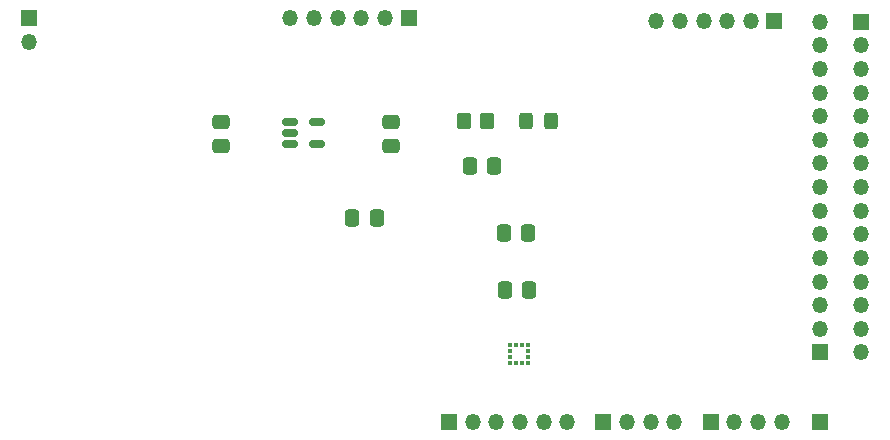
<source format=gbr>
%TF.GenerationSoftware,KiCad,Pcbnew,(6.0.0)*%
%TF.CreationDate,2023-10-14T17:08:09-04:00*%
%TF.ProjectId,Shield_Pins,53686965-6c64-45f5-9069-6e732e6b6963,rev?*%
%TF.SameCoordinates,Original*%
%TF.FileFunction,Soldermask,Top*%
%TF.FilePolarity,Negative*%
%FSLAX46Y46*%
G04 Gerber Fmt 4.6, Leading zero omitted, Abs format (unit mm)*
G04 Created by KiCad (PCBNEW (6.0.0)) date 2023-10-14 17:08:09*
%MOMM*%
%LPD*%
G01*
G04 APERTURE LIST*
G04 Aperture macros list*
%AMRoundRect*
0 Rectangle with rounded corners*
0 $1 Rounding radius*
0 $2 $3 $4 $5 $6 $7 $8 $9 X,Y pos of 4 corners*
0 Add a 4 corners polygon primitive as box body*
4,1,4,$2,$3,$4,$5,$6,$7,$8,$9,$2,$3,0*
0 Add four circle primitives for the rounded corners*
1,1,$1+$1,$2,$3*
1,1,$1+$1,$4,$5*
1,1,$1+$1,$6,$7*
1,1,$1+$1,$8,$9*
0 Add four rect primitives between the rounded corners*
20,1,$1+$1,$2,$3,$4,$5,0*
20,1,$1+$1,$4,$5,$6,$7,0*
20,1,$1+$1,$6,$7,$8,$9,0*
20,1,$1+$1,$8,$9,$2,$3,0*%
G04 Aperture macros list end*
%ADD10R,1.350000X1.350000*%
%ADD11O,1.350000X1.350000*%
%ADD12RoundRect,0.150000X-0.512500X-0.150000X0.512500X-0.150000X0.512500X0.150000X-0.512500X0.150000X0*%
%ADD13RoundRect,0.250000X-0.475000X0.337500X-0.475000X-0.337500X0.475000X-0.337500X0.475000X0.337500X0*%
%ADD14RoundRect,0.250000X0.337500X0.475000X-0.337500X0.475000X-0.337500X-0.475000X0.337500X-0.475000X0*%
%ADD15RoundRect,0.250000X-0.337500X-0.475000X0.337500X-0.475000X0.337500X0.475000X-0.337500X0.475000X0*%
%ADD16RoundRect,0.250000X0.475000X-0.337500X0.475000X0.337500X-0.475000X0.337500X-0.475000X-0.337500X0*%
%ADD17RoundRect,0.250000X0.325000X0.450000X-0.325000X0.450000X-0.325000X-0.450000X0.325000X-0.450000X0*%
%ADD18RoundRect,0.250000X-0.350000X-0.450000X0.350000X-0.450000X0.350000X0.450000X-0.350000X0.450000X0*%
%ADD19R,0.350000X0.375000*%
%ADD20R,0.375000X0.350000*%
G04 APERTURE END LIST*
D10*
%TO.C,J4*%
X150900000Y-106425000D03*
D11*
X152900000Y-106425000D03*
X154900000Y-106425000D03*
X156900000Y-106425000D03*
%TD*%
D12*
%TO.C,U1*%
X115262500Y-81050000D03*
X115262500Y-82000000D03*
X115262500Y-82950000D03*
X117537500Y-82950000D03*
X117537500Y-81050000D03*
%TD*%
D13*
%TO.C,C2*%
X123800000Y-81062500D03*
X123800000Y-83137500D03*
%TD*%
D10*
%TO.C,J1*%
X141825000Y-106425000D03*
D11*
X143825000Y-106425000D03*
X145825000Y-106425000D03*
X147825000Y-106425000D03*
%TD*%
D10*
%TO.C,J3*%
X156300000Y-72500000D03*
D11*
X154300000Y-72500000D03*
X152300000Y-72500000D03*
X150300000Y-72500000D03*
X148300000Y-72500000D03*
X146300000Y-72500000D03*
%TD*%
D10*
%TO.C,J6*%
X125325000Y-72275000D03*
D11*
X123325000Y-72275000D03*
X121325000Y-72275000D03*
X119325000Y-72275000D03*
X117325000Y-72275000D03*
X115325000Y-72275000D03*
%TD*%
D10*
%TO.C,J2*%
X128750000Y-106425000D03*
D11*
X130750000Y-106425000D03*
X132750000Y-106425000D03*
X134750000Y-106425000D03*
X136750000Y-106425000D03*
X138750000Y-106425000D03*
%TD*%
D14*
%TO.C,C3*%
X135437500Y-90500000D03*
X133362500Y-90500000D03*
%TD*%
D15*
%TO.C,C6*%
X130522500Y-84750000D03*
X132597500Y-84750000D03*
%TD*%
D10*
%TO.C,J7*%
X160175000Y-100575000D03*
D11*
X160175000Y-98575000D03*
X160175000Y-96575000D03*
X160175000Y-94575000D03*
X160175000Y-92575000D03*
X160175000Y-90575000D03*
X160175000Y-88575000D03*
X160175000Y-86575000D03*
X160175000Y-84575000D03*
X160175000Y-82575000D03*
X160175000Y-80575000D03*
X160175000Y-78575000D03*
X160175000Y-76575000D03*
X160175000Y-74575000D03*
X160175000Y-72575000D03*
%TD*%
D16*
%TO.C,C1*%
X109400000Y-83137500D03*
X109400000Y-81062500D03*
%TD*%
D15*
%TO.C,C5*%
X120562500Y-89200000D03*
X122637500Y-89200000D03*
%TD*%
D17*
%TO.C,D1*%
X137350000Y-81000000D03*
X135300000Y-81000000D03*
%TD*%
D18*
%TO.C,R1*%
X130000000Y-81000000D03*
X132000000Y-81000000D03*
%TD*%
D14*
%TO.C,C4*%
X135537500Y-95300000D03*
X133462500Y-95300000D03*
%TD*%
D10*
%TO.C,J8*%
X163625000Y-72575000D03*
D11*
X163625000Y-74575000D03*
X163625000Y-76575000D03*
X163625000Y-78575000D03*
X163625000Y-80575000D03*
X163625000Y-82575000D03*
X163625000Y-84575000D03*
X163625000Y-86575000D03*
X163625000Y-88575000D03*
X163625000Y-90575000D03*
X163625000Y-92575000D03*
X163625000Y-94575000D03*
X163625000Y-96575000D03*
X163625000Y-98575000D03*
X163625000Y-100575000D03*
%TD*%
D19*
%TO.C,U2*%
X133950000Y-101462500D03*
X134450000Y-101462500D03*
X134950000Y-101462500D03*
X135450000Y-101462500D03*
D20*
X135462500Y-100950000D03*
X135462500Y-100450000D03*
D19*
X135450000Y-99937500D03*
X134950000Y-99937500D03*
X134450000Y-99937500D03*
X133950000Y-99937500D03*
D20*
X133937500Y-100450000D03*
X133937500Y-100950000D03*
%TD*%
D10*
%TO.C,J5*%
X160150000Y-106425000D03*
%TD*%
%TO.C,J9*%
X93200000Y-72300000D03*
D11*
X93200000Y-74300000D03*
%TD*%
M02*

</source>
